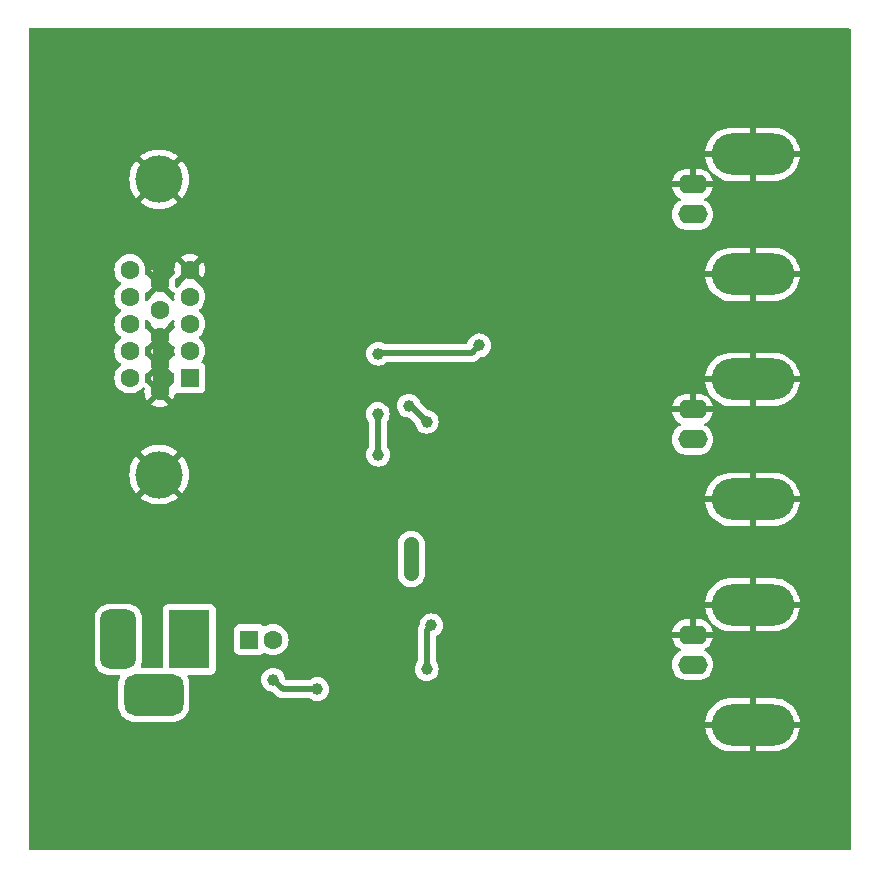
<source format=gbl>
%TF.GenerationSoftware,KiCad,Pcbnew,7.0.2*%
%TF.CreationDate,2023-06-12T01:53:58+02:00*%
%TF.ProjectId,RGB-YPbPr-Converter,5247422d-5950-4625-9072-2d436f6e7665,rev?*%
%TF.SameCoordinates,Original*%
%TF.FileFunction,Copper,L2,Bot*%
%TF.FilePolarity,Positive*%
%FSLAX46Y46*%
G04 Gerber Fmt 4.6, Leading zero omitted, Abs format (unit mm)*
G04 Created by KiCad (PCBNEW 7.0.2) date 2023-06-12 01:53:58*
%MOMM*%
%LPD*%
G01*
G04 APERTURE LIST*
G04 Aperture macros list*
%AMRoundRect*
0 Rectangle with rounded corners*
0 $1 Rounding radius*
0 $2 $3 $4 $5 $6 $7 $8 $9 X,Y pos of 4 corners*
0 Add a 4 corners polygon primitive as box body*
4,1,4,$2,$3,$4,$5,$6,$7,$8,$9,$2,$3,0*
0 Add four circle primitives for the rounded corners*
1,1,$1+$1,$2,$3*
1,1,$1+$1,$4,$5*
1,1,$1+$1,$6,$7*
1,1,$1+$1,$8,$9*
0 Add four rect primitives between the rounded corners*
20,1,$1+$1,$2,$3,$4,$5,0*
20,1,$1+$1,$4,$5,$6,$7,0*
20,1,$1+$1,$6,$7,$8,$9,0*
20,1,$1+$1,$8,$9,$2,$3,0*%
G04 Aperture macros list end*
%TA.AperFunction,ComponentPad*%
%ADD10O,2.500000X1.600000*%
%TD*%
%TA.AperFunction,ComponentPad*%
%ADD11O,7.000000X3.500000*%
%TD*%
%TA.AperFunction,ComponentPad*%
%ADD12R,1.600000X1.600000*%
%TD*%
%TA.AperFunction,ComponentPad*%
%ADD13C,1.600000*%
%TD*%
%TA.AperFunction,ComponentPad*%
%ADD14C,5.700000*%
%TD*%
%TA.AperFunction,ComponentPad*%
%ADD15C,4.000000*%
%TD*%
%TA.AperFunction,ComponentPad*%
%ADD16R,3.500000X5.000000*%
%TD*%
%TA.AperFunction,ComponentPad*%
%ADD17RoundRect,0.750000X-0.750000X-1.750000X0.750000X-1.750000X0.750000X1.750000X-0.750000X1.750000X0*%
%TD*%
%TA.AperFunction,ComponentPad*%
%ADD18RoundRect,0.875000X-1.625000X-0.875000X1.625000X-0.875000X1.625000X0.875000X-1.625000X0.875000X0*%
%TD*%
%TA.AperFunction,ViaPad*%
%ADD19C,1.000000*%
%TD*%
%TA.AperFunction,Conductor*%
%ADD20C,0.500000*%
%TD*%
%TA.AperFunction,Conductor*%
%ADD21C,1.300000*%
%TD*%
G04 APERTURE END LIST*
D10*
%TO.P,J3,1,In*%
%TO.N,/Pb*%
X156410997Y-135000000D03*
D11*
%TO.P,J3,2,Ext*%
%TO.N,GND*%
X161490997Y-129920000D03*
D10*
X156410997Y-132460000D03*
D11*
X161490997Y-140080000D03*
%TD*%
D12*
%TO.P,C1,1*%
%TO.N,/VIN*%
X118900000Y-151950000D03*
D13*
%TO.P,C1,2*%
%TO.N,-5V*%
X120900000Y-151950000D03*
%TD*%
D10*
%TO.P,J5,1,In*%
%TO.N,/Pr*%
X156410997Y-154080000D03*
D11*
%TO.P,J5,2,Ext*%
%TO.N,GND*%
X161490997Y-149000000D03*
D10*
X156410997Y-151540000D03*
D11*
X161490997Y-159160000D03*
%TD*%
D14*
%TO.P,H2,1,1*%
%TO.N,GND*%
X166000000Y-104000000D03*
%TD*%
D15*
%TO.P,J2,0*%
%TO.N,GND*%
X111245331Y-112985000D03*
X111245331Y-137985000D03*
D12*
%TO.P,J2,1*%
%TO.N,/R*%
X113855331Y-129800000D03*
D13*
%TO.P,J2,2*%
%TO.N,/G*%
X113855331Y-127510000D03*
%TO.P,J2,3*%
%TO.N,/B*%
X113855331Y-125220000D03*
%TO.P,J2,4*%
%TO.N,unconnected-(J2-Pad4)*%
X113855331Y-122930000D03*
%TO.P,J2,5*%
%TO.N,GND*%
X113855331Y-120640000D03*
%TO.P,J2,6*%
X111315331Y-130945000D03*
%TO.P,J2,7*%
X111315331Y-128655000D03*
%TO.P,J2,8*%
X111315331Y-126365000D03*
%TO.P,J2,9*%
%TO.N,unconnected-(J2-Pad9)*%
X111315331Y-124075000D03*
%TO.P,J2,10*%
%TO.N,GND*%
X111315331Y-121785000D03*
%TO.P,J2,11*%
%TO.N,unconnected-(J2-Pad11)*%
X108775331Y-129800000D03*
%TO.P,J2,12*%
%TO.N,unconnected-(J2-Pad12)*%
X108775331Y-127510000D03*
%TO.P,J2,13*%
%TO.N,/H_SYNC*%
X108775331Y-125220000D03*
%TO.P,J2,14*%
%TO.N,/V_SYNC*%
X108775331Y-122930000D03*
%TO.P,J2,15*%
%TO.N,unconnected-(J2-Pad15)*%
X108775331Y-120640000D03*
%TD*%
D14*
%TO.P,H1,1,1*%
%TO.N,GND*%
X104000000Y-104000000D03*
%TD*%
%TO.P,H4,1,1*%
%TO.N,GND*%
X166000000Y-166000000D03*
%TD*%
%TO.P,H3,1,1*%
%TO.N,GND*%
X104000000Y-166000000D03*
%TD*%
D16*
%TO.P,J1,1*%
%TO.N,/VIN*%
X113800000Y-151940691D03*
D17*
%TO.P,J1,2*%
%TO.N,-5V*%
X107800000Y-151940691D03*
D18*
%TO.P,J1,3*%
X110800000Y-156640691D03*
%TD*%
D10*
%TO.P,J4,1,In*%
%TO.N,/Y*%
X156410997Y-115950000D03*
D11*
%TO.P,J4,2,Ext*%
%TO.N,GND*%
X161490997Y-110870000D03*
D10*
X156410997Y-113410000D03*
D11*
X161490997Y-121030000D03*
%TD*%
D19*
%TO.N,GND*%
X124300000Y-132200000D03*
%TO.N,+5V*%
X138350000Y-127050000D03*
X129800000Y-127750000D03*
%TO.N,-5V*%
X134300000Y-150750000D03*
X133900000Y-154450000D03*
X120900000Y-155350000D03*
X124650000Y-156150000D03*
%TO.N,GND*%
X141600000Y-154150000D03*
%TO.N,+5V*%
X132600000Y-143900000D03*
X132600000Y-146350000D03*
%TO.N,GND*%
X138050000Y-154150000D03*
X131400000Y-160550000D03*
X141200000Y-160800000D03*
%TO.N,-5V*%
X132400000Y-132150000D03*
X133900000Y-133500000D03*
%TO.N,+5V*%
X129800000Y-136300000D03*
X129750000Y-132850000D03*
%TO.N,GND*%
X124700000Y-123200000D03*
X140600000Y-131400000D03*
X142400000Y-124200000D03*
X135700000Y-125000000D03*
X142400000Y-133600000D03*
X124243750Y-126756250D03*
X131000000Y-140500000D03*
X124200000Y-121500000D03*
%TD*%
D20*
%TO.N,+5V*%
X137700000Y-127700000D02*
X138350000Y-127050000D01*
X129800000Y-127750000D02*
X129850000Y-127700000D01*
X129850000Y-127700000D02*
X137700000Y-127700000D01*
%TO.N,-5V*%
X133900000Y-151150000D02*
X134300000Y-150750000D01*
X133900000Y-154450000D02*
X133900000Y-151150000D01*
X124650000Y-156150000D02*
X121700000Y-156150000D01*
X121700000Y-156150000D02*
X120900000Y-155350000D01*
%TO.N,GND*%
X138050000Y-154150000D02*
X141600000Y-154150000D01*
%TO.N,+5V*%
X129750000Y-136250000D02*
X129750000Y-132850000D01*
X129800000Y-136300000D02*
X129750000Y-136250000D01*
D21*
X132600000Y-146350000D02*
X132600000Y-143900000D01*
D20*
%TO.N,-5V*%
X132550000Y-132150000D02*
X133900000Y-133500000D01*
X132400000Y-132150000D02*
X132550000Y-132150000D01*
D21*
%TO.N,GND*%
X111315331Y-121785000D02*
X111315331Y-118915331D01*
X111315331Y-126365000D02*
X111315331Y-130945000D01*
%TD*%
%TA.AperFunction,Conductor*%
%TO.N,GND*%
G36*
X110855838Y-128864844D02*
G01*
X110933570Y-128985798D01*
X111042231Y-129079952D01*
X111173016Y-129139680D01*
X111187743Y-129141797D01*
X110587441Y-129742098D01*
X110591546Y-129789023D01*
X110591545Y-129810985D01*
X110587440Y-129857900D01*
X111187742Y-130458202D01*
X111173016Y-130460320D01*
X111042231Y-130520048D01*
X110933570Y-130614202D01*
X110855838Y-130735156D01*
X110830970Y-130819848D01*
X110228231Y-130217109D01*
X110192446Y-130220240D01*
X110122841Y-130206252D01*
X110071849Y-130156853D01*
X110055658Y-130087727D01*
X110059758Y-130062107D01*
X110068873Y-130028089D01*
X110068874Y-130028087D01*
X110088829Y-129800000D01*
X110068874Y-129571913D01*
X110059757Y-129537888D01*
X110061447Y-129466913D01*
X110101241Y-129408117D01*
X110166505Y-129380169D01*
X110192446Y-129379758D01*
X110228230Y-129382888D01*
X110830969Y-128780149D01*
X110855838Y-128864844D01*
G37*
%TD.AperFunction*%
%TA.AperFunction,Conductor*%
G36*
X112402428Y-129382888D02*
G01*
X112409849Y-129382239D01*
X112479454Y-129396228D01*
X112530447Y-129445628D01*
X112546831Y-129507760D01*
X112546831Y-130092238D01*
X112526829Y-130160359D01*
X112473173Y-130206852D01*
X112409851Y-130217759D01*
X112402430Y-130217109D01*
X111799691Y-130819847D01*
X111774824Y-130735156D01*
X111697092Y-130614202D01*
X111588431Y-130520048D01*
X111457646Y-130460320D01*
X111442918Y-130458202D01*
X112043219Y-129857900D01*
X112039114Y-129810980D01*
X112039115Y-129789016D01*
X112043219Y-129742097D01*
X111442919Y-129141797D01*
X111457646Y-129139680D01*
X111588431Y-129079952D01*
X111697092Y-128985798D01*
X111774824Y-128864844D01*
X111799691Y-128780151D01*
X112402428Y-129382888D01*
G37*
%TD.AperFunction*%
%TA.AperFunction,Conductor*%
G36*
X110855838Y-126574844D02*
G01*
X110933570Y-126695798D01*
X111042231Y-126789952D01*
X111173016Y-126849680D01*
X111187743Y-126851797D01*
X110587441Y-127452098D01*
X110591546Y-127499023D01*
X110591545Y-127520985D01*
X110587440Y-127567900D01*
X111187742Y-128168202D01*
X111173016Y-128170320D01*
X111042231Y-128230048D01*
X110933570Y-128324202D01*
X110855838Y-128445156D01*
X110830970Y-128529848D01*
X110228231Y-127927109D01*
X110192446Y-127930240D01*
X110122841Y-127916252D01*
X110071849Y-127866853D01*
X110055658Y-127797727D01*
X110059758Y-127772107D01*
X110061242Y-127766568D01*
X110068874Y-127738087D01*
X110088829Y-127510000D01*
X110068874Y-127281913D01*
X110059757Y-127247887D01*
X110061447Y-127176913D01*
X110101241Y-127118117D01*
X110166505Y-127090169D01*
X110192446Y-127089758D01*
X110228230Y-127092888D01*
X110830969Y-126490149D01*
X110855838Y-126574844D01*
G37*
%TD.AperFunction*%
%TA.AperFunction,Conductor*%
G36*
X112402428Y-127092888D02*
G01*
X112438215Y-127089758D01*
X112507820Y-127103746D01*
X112558812Y-127153145D01*
X112575003Y-127222271D01*
X112570904Y-127247887D01*
X112561788Y-127281908D01*
X112541833Y-127510000D01*
X112561788Y-127738089D01*
X112570904Y-127772110D01*
X112569214Y-127843086D01*
X112529419Y-127901882D01*
X112464155Y-127929829D01*
X112438216Y-127930241D01*
X112402429Y-127927110D01*
X111799691Y-128529848D01*
X111774824Y-128445156D01*
X111697092Y-128324202D01*
X111588431Y-128230048D01*
X111457646Y-128170320D01*
X111442918Y-128168202D01*
X112043219Y-127567899D01*
X112039115Y-127520981D01*
X112039115Y-127499017D01*
X112043220Y-127452098D01*
X111442919Y-126851797D01*
X111457646Y-126849680D01*
X111588431Y-126789952D01*
X111697092Y-126695798D01*
X111774824Y-126574844D01*
X111799691Y-126490151D01*
X112402428Y-127092888D01*
G37*
%TD.AperFunction*%
%TA.AperFunction,Conductor*%
G36*
X110267711Y-124872226D02*
G01*
X110297024Y-124902007D01*
X110309136Y-124919304D01*
X110471027Y-125081195D01*
X110471030Y-125081197D01*
X110471031Y-125081198D01*
X110537347Y-125127633D01*
X110581675Y-125183090D01*
X110590596Y-125241828D01*
X110587439Y-125277899D01*
X111187742Y-125878202D01*
X111173016Y-125880320D01*
X111042231Y-125940048D01*
X110933570Y-126034202D01*
X110855838Y-126155156D01*
X110830970Y-126239848D01*
X110228231Y-125637109D01*
X110192446Y-125640240D01*
X110122841Y-125626252D01*
X110071849Y-125576853D01*
X110055658Y-125507727D01*
X110059758Y-125482107D01*
X110068873Y-125448089D01*
X110068874Y-125448087D01*
X110088829Y-125220000D01*
X110068874Y-124991913D01*
X110068872Y-124991906D01*
X110068291Y-124985262D01*
X110082280Y-124915657D01*
X110131680Y-124864665D01*
X110200805Y-124848474D01*
X110267711Y-124872226D01*
G37*
%TD.AperFunction*%
%TA.AperFunction,Conductor*%
G36*
X112523072Y-124882402D02*
G01*
X112559058Y-124943603D01*
X112562370Y-124985261D01*
X112561788Y-124991912D01*
X112561788Y-124991913D01*
X112541833Y-125220000D01*
X112548484Y-125296029D01*
X112561788Y-125448089D01*
X112570904Y-125482110D01*
X112569214Y-125553086D01*
X112529419Y-125611882D01*
X112464155Y-125639829D01*
X112438216Y-125640241D01*
X112402429Y-125637110D01*
X111799691Y-126239848D01*
X111774824Y-126155156D01*
X111697092Y-126034202D01*
X111588431Y-125940048D01*
X111457646Y-125880320D01*
X111442918Y-125878202D01*
X112043219Y-125277899D01*
X112040064Y-125241828D01*
X112054052Y-125172223D01*
X112093312Y-125127634D01*
X112159631Y-125081198D01*
X112321529Y-124919300D01*
X112333635Y-124902010D01*
X112389093Y-124857681D01*
X112459712Y-124850372D01*
X112523072Y-124882402D01*
G37*
%TD.AperFunction*%
%TA.AperFunction,Conductor*%
G36*
X110855838Y-121994844D02*
G01*
X110933570Y-122115798D01*
X111042231Y-122209952D01*
X111173016Y-122269680D01*
X111187743Y-122271797D01*
X110587441Y-122872098D01*
X110590597Y-122908172D01*
X110576607Y-122977777D01*
X110537348Y-123022365D01*
X110471028Y-123068803D01*
X110309133Y-123230698D01*
X110297022Y-123247994D01*
X110241563Y-123292320D01*
X110170944Y-123299626D01*
X110107585Y-123267593D01*
X110071602Y-123206390D01*
X110068291Y-123164737D01*
X110068872Y-123158093D01*
X110068874Y-123158087D01*
X110088829Y-122930000D01*
X110068874Y-122701913D01*
X110059757Y-122667887D01*
X110061447Y-122596913D01*
X110101241Y-122538117D01*
X110166505Y-122510169D01*
X110192446Y-122509758D01*
X110228230Y-122512888D01*
X110830969Y-121910149D01*
X110855838Y-121994844D01*
G37*
%TD.AperFunction*%
%TA.AperFunction,Conductor*%
G36*
X112402428Y-122512888D02*
G01*
X112438215Y-122509758D01*
X112507820Y-122523746D01*
X112558812Y-122573145D01*
X112575003Y-122642271D01*
X112570904Y-122667887D01*
X112561788Y-122701908D01*
X112541833Y-122930000D01*
X112562370Y-123164738D01*
X112548381Y-123234342D01*
X112498981Y-123285335D01*
X112429855Y-123301525D01*
X112362950Y-123277772D01*
X112333637Y-123247991D01*
X112321527Y-123230697D01*
X112159634Y-123068804D01*
X112093313Y-123022365D01*
X112048985Y-122966907D01*
X112040064Y-122908170D01*
X112043220Y-122872098D01*
X111442919Y-122271797D01*
X111457646Y-122269680D01*
X111588431Y-122209952D01*
X111697092Y-122115798D01*
X111774824Y-121994844D01*
X111799691Y-121910151D01*
X112402428Y-122512888D01*
G37*
%TD.AperFunction*%
%TA.AperFunction,Conductor*%
G36*
X113395838Y-120849844D02*
G01*
X113473570Y-120970798D01*
X113582231Y-121064952D01*
X113713016Y-121124680D01*
X113727743Y-121126797D01*
X113127441Y-121727098D01*
X113130597Y-121763172D01*
X113116607Y-121832777D01*
X113077348Y-121877365D01*
X113011028Y-121923803D01*
X112849132Y-122085699D01*
X112836450Y-122103811D01*
X112780992Y-122148138D01*
X112710372Y-122155446D01*
X112647013Y-122123413D01*
X112611029Y-122062211D01*
X112607718Y-122020557D01*
X112628326Y-121784999D01*
X112608379Y-121556996D01*
X112599228Y-121522844D01*
X112600917Y-121451867D01*
X112640710Y-121393071D01*
X112705975Y-121365123D01*
X112731916Y-121364711D01*
X112768230Y-121367888D01*
X113370969Y-120765149D01*
X113395838Y-120849844D01*
G37*
%TD.AperFunction*%
%TA.AperFunction,Conductor*%
G36*
X169741621Y-100220502D02*
G01*
X169788114Y-100274158D01*
X169799500Y-100326500D01*
X169799500Y-169673500D01*
X169779498Y-169741621D01*
X169725842Y-169788114D01*
X169673500Y-169799500D01*
X100326500Y-169799500D01*
X100258379Y-169779498D01*
X100211886Y-169725842D01*
X100200500Y-169673500D01*
X100200500Y-158906000D01*
X157493943Y-158906000D01*
X160518622Y-158906000D01*
X160492463Y-159007030D01*
X160482111Y-159211165D01*
X160513062Y-159413205D01*
X160513356Y-159414000D01*
X157497152Y-159414000D01*
X157509044Y-159532214D01*
X157510444Y-159540512D01*
X157578573Y-159826396D01*
X157581059Y-159834411D01*
X157686691Y-160108677D01*
X157690221Y-160116284D01*
X157831464Y-160374020D01*
X157835980Y-160381094D01*
X158010318Y-160617708D01*
X158015734Y-160624113D01*
X158220050Y-160835374D01*
X158226273Y-160841003D01*
X158456925Y-161023148D01*
X158463852Y-161027902D01*
X158716713Y-161177671D01*
X158724214Y-161181462D01*
X158994786Y-161296194D01*
X159002716Y-161298948D01*
X159286163Y-161376592D01*
X159294403Y-161378267D01*
X159585665Y-161417438D01*
X159594058Y-161418000D01*
X161236997Y-161418000D01*
X161236997Y-160133803D01*
X161388798Y-160165000D01*
X161541964Y-160165000D01*
X161694345Y-160149504D01*
X161744997Y-160133612D01*
X161744997Y-161418000D01*
X163314388Y-161418000D01*
X163318594Y-161417859D01*
X163538434Y-161403143D01*
X163546760Y-161402023D01*
X163834752Y-161343485D01*
X163842868Y-161341262D01*
X164120477Y-161244866D01*
X164128240Y-161241573D01*
X164390520Y-161109038D01*
X164397762Y-161104749D01*
X164640054Y-160938424D01*
X164646645Y-160933219D01*
X164864608Y-160736084D01*
X164870455Y-160730039D01*
X165060194Y-160505615D01*
X165065179Y-160498849D01*
X165223316Y-160251130D01*
X165227355Y-160243759D01*
X165351062Y-159977178D01*
X165354081Y-159969341D01*
X165441156Y-159688636D01*
X165443101Y-159680477D01*
X165488051Y-159414000D01*
X162463372Y-159414000D01*
X162489531Y-159312970D01*
X162499883Y-159108835D01*
X162468932Y-158906795D01*
X162468638Y-158906000D01*
X165484842Y-158906000D01*
X165472949Y-158787785D01*
X165471549Y-158779487D01*
X165403420Y-158493603D01*
X165400934Y-158485588D01*
X165295302Y-158211322D01*
X165291772Y-158203715D01*
X165150529Y-157945979D01*
X165146013Y-157938905D01*
X164971675Y-157702291D01*
X164966259Y-157695886D01*
X164761943Y-157484625D01*
X164755720Y-157478996D01*
X164525068Y-157296851D01*
X164518141Y-157292097D01*
X164265280Y-157142328D01*
X164257779Y-157138537D01*
X163987207Y-157023805D01*
X163979277Y-157021051D01*
X163695830Y-156943407D01*
X163687590Y-156941732D01*
X163396328Y-156902561D01*
X163387936Y-156902000D01*
X161744997Y-156902000D01*
X161744997Y-158186196D01*
X161593196Y-158155000D01*
X161440030Y-158155000D01*
X161287649Y-158170496D01*
X161236997Y-158186387D01*
X161236997Y-156902000D01*
X159667606Y-156902000D01*
X159663399Y-156902140D01*
X159443559Y-156916856D01*
X159435233Y-156917976D01*
X159147241Y-156976514D01*
X159139125Y-156978737D01*
X158861516Y-157075133D01*
X158853753Y-157078426D01*
X158591473Y-157210961D01*
X158584231Y-157215250D01*
X158341939Y-157381575D01*
X158335348Y-157386780D01*
X158117385Y-157583915D01*
X158111538Y-157589960D01*
X157921799Y-157814384D01*
X157916814Y-157821150D01*
X157758677Y-158068869D01*
X157754638Y-158076240D01*
X157630931Y-158342821D01*
X157627912Y-158350658D01*
X157540837Y-158631363D01*
X157538892Y-158639522D01*
X157493943Y-158906000D01*
X100200500Y-158906000D01*
X100200500Y-153755327D01*
X105791500Y-153755327D01*
X105791692Y-153757775D01*
X105791693Y-153757783D01*
X105801970Y-153888361D01*
X105857321Y-154108029D01*
X105951005Y-154314281D01*
X106080015Y-154500495D01*
X106240195Y-154660675D01*
X106426409Y-154789685D01*
X106632661Y-154883369D01*
X106632662Y-154883369D01*
X106632664Y-154883370D01*
X106852331Y-154938721D01*
X106985364Y-154949191D01*
X107829988Y-154949191D01*
X107898109Y-154969193D01*
X107944602Y-155022849D01*
X107954706Y-155093123D01*
X107938659Y-155138961D01*
X107922183Y-155167037D01*
X107839030Y-155387376D01*
X107838233Y-155391500D01*
X107794311Y-155618599D01*
X107794080Y-155622935D01*
X107794080Y-155622941D01*
X107791589Y-155669851D01*
X107791500Y-155671520D01*
X107791500Y-155673193D01*
X107791500Y-155673194D01*
X107791500Y-157608184D01*
X107791500Y-157608221D01*
X107791501Y-157609861D01*
X107791588Y-157611506D01*
X107791589Y-157611530D01*
X107794080Y-157658442D01*
X107794080Y-157658449D01*
X107794311Y-157662783D01*
X107795133Y-157667037D01*
X107795135Y-157667047D01*
X107839030Y-157894004D01*
X107839030Y-157894005D01*
X107922182Y-158114343D01*
X107991040Y-158231684D01*
X108041375Y-158317459D01*
X108193180Y-158497510D01*
X108344986Y-158625501D01*
X108373232Y-158649316D01*
X108576348Y-158768509D01*
X108796686Y-158851661D01*
X109027908Y-158896380D01*
X109080829Y-158899191D01*
X112519170Y-158899190D01*
X112572092Y-158896380D01*
X112803314Y-158851661D01*
X113023652Y-158768509D01*
X113226768Y-158649316D01*
X113406819Y-158497510D01*
X113558625Y-158317459D01*
X113677818Y-158114343D01*
X113760970Y-157894005D01*
X113805689Y-157662783D01*
X113808500Y-157609862D01*
X113808499Y-155671521D01*
X113805689Y-155618599D01*
X113760970Y-155387377D01*
X113746864Y-155349999D01*
X119886619Y-155349999D01*
X119906091Y-155547701D01*
X119963758Y-155737802D01*
X120057406Y-155913007D01*
X120183431Y-156066568D01*
X120336992Y-156192593D01*
X120336996Y-156192595D01*
X120512196Y-156286241D01*
X120607247Y-156315074D01*
X120702298Y-156343908D01*
X120789353Y-156352482D01*
X120855186Y-156379064D01*
X120866099Y-156388780D01*
X121118092Y-156640773D01*
X121130060Y-156654620D01*
X121144531Y-156674058D01*
X121182870Y-156706228D01*
X121190974Y-156713655D01*
X121194900Y-156717581D01*
X121197780Y-156719858D01*
X121219455Y-156736997D01*
X121222296Y-156739311D01*
X121281377Y-156788885D01*
X121297890Y-156799405D01*
X121367786Y-156831998D01*
X121371078Y-156833591D01*
X121438812Y-156867609D01*
X121438814Y-156867609D01*
X121440008Y-156868209D01*
X121458490Y-156874633D01*
X121459791Y-156874901D01*
X121459794Y-156874903D01*
X121534078Y-156890241D01*
X121537630Y-156891029D01*
X121611344Y-156908500D01*
X121611346Y-156908500D01*
X121612641Y-156908807D01*
X121632114Y-156910797D01*
X121633439Y-156910758D01*
X121633442Y-156910759D01*
X121707477Y-156908604D01*
X121709259Y-156908553D01*
X121712923Y-156908500D01*
X123939443Y-156908500D01*
X124007564Y-156928502D01*
X124019376Y-156937101D01*
X124086996Y-156992595D01*
X124262196Y-157086241D01*
X124357247Y-157115074D01*
X124452298Y-157143908D01*
X124650000Y-157163380D01*
X124847701Y-157143908D01*
X125037804Y-157086241D01*
X125213004Y-156992595D01*
X125213005Y-156992593D01*
X125213007Y-156992593D01*
X125366568Y-156866568D01*
X125492593Y-156713007D01*
X125494329Y-156709759D01*
X125586241Y-156537804D01*
X125643908Y-156347701D01*
X125663380Y-156150000D01*
X125643908Y-155952299D01*
X125586241Y-155762196D01*
X125492595Y-155586996D01*
X125492593Y-155586992D01*
X125366568Y-155433431D01*
X125213007Y-155307406D01*
X125037802Y-155213758D01*
X124847701Y-155156091D01*
X124649999Y-155136619D01*
X124452298Y-155156091D01*
X124262197Y-155213758D01*
X124086994Y-155307406D01*
X124019376Y-155362899D01*
X123954029Y-155390653D01*
X123939443Y-155391500D01*
X122066371Y-155391500D01*
X121998250Y-155371498D01*
X121977276Y-155354595D01*
X121938780Y-155316099D01*
X121904754Y-155253787D01*
X121902482Y-155239353D01*
X121893908Y-155152298D01*
X121848567Y-155002831D01*
X121836241Y-154962196D01*
X121742595Y-154786996D01*
X121742593Y-154786992D01*
X121616568Y-154633431D01*
X121463007Y-154507406D01*
X121355605Y-154449999D01*
X132886619Y-154449999D01*
X132906091Y-154647701D01*
X132963758Y-154837802D01*
X133057406Y-155013007D01*
X133183431Y-155166568D01*
X133336992Y-155292593D01*
X133372951Y-155311813D01*
X133512196Y-155386241D01*
X133529533Y-155391500D01*
X133702298Y-155443908D01*
X133899999Y-155463380D01*
X133899999Y-155463379D01*
X133900000Y-155463380D01*
X134097701Y-155443908D01*
X134287804Y-155386241D01*
X134463004Y-155292595D01*
X134463005Y-155292593D01*
X134463007Y-155292593D01*
X134616568Y-155166568D01*
X134742593Y-155013007D01*
X134742595Y-155013004D01*
X134836241Y-154837804D01*
X134893908Y-154647701D01*
X134913380Y-154450000D01*
X134893908Y-154252299D01*
X134841642Y-154080000D01*
X154647499Y-154080000D01*
X154667454Y-154308087D01*
X154726712Y-154529243D01*
X154823474Y-154736750D01*
X154954801Y-154924303D01*
X155116693Y-155086195D01*
X155304246Y-155217522D01*
X155511753Y-155314284D01*
X155571011Y-155330162D01*
X155732910Y-155373543D01*
X155903870Y-155388500D01*
X155906610Y-155388500D01*
X156915384Y-155388500D01*
X156918124Y-155388500D01*
X157089084Y-155373543D01*
X157310240Y-155314284D01*
X157517746Y-155217523D01*
X157705297Y-155086198D01*
X157867195Y-154924300D01*
X157998520Y-154736749D01*
X158095281Y-154529243D01*
X158154540Y-154308087D01*
X158174495Y-154080000D01*
X158154540Y-153851913D01*
X158095281Y-153630757D01*
X157998520Y-153423251D01*
X157867195Y-153235700D01*
X157867194Y-153235699D01*
X157867192Y-153235696D01*
X157705300Y-153073804D01*
X157517745Y-152942476D01*
X157477948Y-152923919D01*
X157424662Y-152877002D01*
X157405201Y-152808725D01*
X157425742Y-152740765D01*
X157477948Y-152695529D01*
X157517494Y-152677088D01*
X157704978Y-152545810D01*
X157866807Y-152383981D01*
X157998084Y-152196498D01*
X158094810Y-151989070D01*
X158147079Y-151794000D01*
X156778191Y-151794000D01*
X156829914Y-151704413D01*
X156859765Y-151573630D01*
X156849740Y-151439860D01*
X156800731Y-151314987D01*
X156777614Y-151286000D01*
X158147079Y-151286000D01*
X158094810Y-151090929D01*
X157998084Y-150883501D01*
X157866807Y-150696018D01*
X157704978Y-150534189D01*
X157517495Y-150402912D01*
X157310067Y-150306186D01*
X157088997Y-150246951D01*
X156920824Y-150232238D01*
X156915362Y-150232000D01*
X156664997Y-150232000D01*
X156664997Y-151174590D01*
X156606256Y-151134541D01*
X156478070Y-151095000D01*
X156377651Y-151095000D01*
X156278350Y-151109967D01*
X156157488Y-151168171D01*
X156156997Y-151168626D01*
X156156997Y-150232000D01*
X155906632Y-150232000D01*
X155901169Y-150232238D01*
X155732996Y-150246951D01*
X155511926Y-150306186D01*
X155304498Y-150402912D01*
X155117015Y-150534189D01*
X154955186Y-150696018D01*
X154823909Y-150883501D01*
X154727183Y-151090929D01*
X154674914Y-151286000D01*
X156043803Y-151286000D01*
X155992080Y-151375587D01*
X155962229Y-151506370D01*
X155972254Y-151640140D01*
X156021263Y-151765013D01*
X156044380Y-151794000D01*
X154674915Y-151794000D01*
X154727183Y-151989070D01*
X154823909Y-152196498D01*
X154955186Y-152383981D01*
X155117015Y-152545810D01*
X155304498Y-152677087D01*
X155344046Y-152695529D01*
X155397331Y-152742446D01*
X155416792Y-152810724D01*
X155396250Y-152878684D01*
X155344046Y-152923919D01*
X155304247Y-152942477D01*
X155116693Y-153073804D01*
X154954801Y-153235696D01*
X154823474Y-153423249D01*
X154726712Y-153630756D01*
X154667454Y-153851912D01*
X154647499Y-154080000D01*
X134841642Y-154080000D01*
X134836241Y-154062196D01*
X134742595Y-153886996D01*
X134687100Y-153819375D01*
X134659347Y-153754027D01*
X134658500Y-153739442D01*
X134658500Y-151777425D01*
X134678502Y-151709304D01*
X134725104Y-151666303D01*
X134863004Y-151592595D01*
X135016568Y-151466568D01*
X135038487Y-151439860D01*
X135142593Y-151313007D01*
X135153154Y-151293249D01*
X135236241Y-151137804D01*
X135293908Y-150947701D01*
X135313380Y-150750000D01*
X135293908Y-150552299D01*
X135288414Y-150534189D01*
X135236241Y-150362197D01*
X135236241Y-150362196D01*
X135142595Y-150186996D01*
X135142593Y-150186992D01*
X135016568Y-150033431D01*
X134863007Y-149907406D01*
X134705781Y-149823368D01*
X134687804Y-149813759D01*
X134687803Y-149813758D01*
X134687802Y-149813758D01*
X134497701Y-149756091D01*
X134300000Y-149736619D01*
X134102298Y-149756091D01*
X133912197Y-149813758D01*
X133736992Y-149907406D01*
X133583431Y-150033431D01*
X133457406Y-150186992D01*
X133363758Y-150362197D01*
X133306091Y-150552298D01*
X133295910Y-150655675D01*
X133269328Y-150721507D01*
X133267041Y-150724314D01*
X133261116Y-150731374D01*
X133250589Y-150747899D01*
X133217995Y-150817794D01*
X133216401Y-150821087D01*
X133181795Y-150889997D01*
X133175363Y-150908500D01*
X133159759Y-150984064D01*
X133158967Y-150987637D01*
X133141192Y-151062640D01*
X133139202Y-151082115D01*
X133141447Y-151159258D01*
X133141500Y-151162922D01*
X133141500Y-153739442D01*
X133121498Y-153807563D01*
X133112900Y-153819375D01*
X133057404Y-153886997D01*
X132963758Y-154062197D01*
X132906091Y-154252298D01*
X132886619Y-154449999D01*
X121355605Y-154449999D01*
X121287802Y-154413758D01*
X121097701Y-154356091D01*
X120900000Y-154336619D01*
X120702298Y-154356091D01*
X120512197Y-154413758D01*
X120336992Y-154507406D01*
X120183431Y-154633431D01*
X120057406Y-154786992D01*
X119963758Y-154962197D01*
X119906091Y-155152298D01*
X119886619Y-155349999D01*
X113746864Y-155349999D01*
X113677818Y-155167039D01*
X113661340Y-155138960D01*
X113644115Y-155070085D01*
X113666861Y-155002831D01*
X113722357Y-154958551D01*
X113770012Y-154949191D01*
X115595269Y-154949191D01*
X115598638Y-154949191D01*
X115659201Y-154942680D01*
X115796204Y-154891580D01*
X115913261Y-154803952D01*
X116000889Y-154686895D01*
X116051989Y-154549892D01*
X116058500Y-154489329D01*
X116058500Y-152798638D01*
X117591500Y-152798638D01*
X117598011Y-152859201D01*
X117605278Y-152878684D01*
X117649111Y-152996205D01*
X117736738Y-153113261D01*
X117853794Y-153200888D01*
X117853795Y-153200888D01*
X117853796Y-153200889D01*
X117990799Y-153251989D01*
X118051362Y-153258500D01*
X118054731Y-153258500D01*
X119745269Y-153258500D01*
X119748638Y-153258500D01*
X119809201Y-153251989D01*
X119946204Y-153200889D01*
X120063261Y-153113261D01*
X120064649Y-153111405D01*
X120121482Y-153068858D01*
X120192298Y-153063791D01*
X120237791Y-153083700D01*
X120243249Y-153087522D01*
X120450756Y-153184284D01*
X120510014Y-153200162D01*
X120671913Y-153243543D01*
X120900000Y-153263498D01*
X121128087Y-153243543D01*
X121349243Y-153184284D01*
X121556749Y-153087523D01*
X121744300Y-152956198D01*
X121906198Y-152794300D01*
X122037523Y-152606749D01*
X122134284Y-152399243D01*
X122193543Y-152178087D01*
X122213498Y-151950000D01*
X122193543Y-151721913D01*
X122134284Y-151500757D01*
X122105887Y-151439860D01*
X122037522Y-151293249D01*
X121943700Y-151159258D01*
X121906198Y-151105700D01*
X121906197Y-151105699D01*
X121906195Y-151105696D01*
X121744303Y-150943804D01*
X121556750Y-150812477D01*
X121349243Y-150715715D01*
X121128087Y-150656457D01*
X120900000Y-150636502D01*
X120671912Y-150656457D01*
X120450757Y-150715715D01*
X120243249Y-150812478D01*
X120237787Y-150816303D01*
X120170513Y-150838988D01*
X120101653Y-150821701D01*
X120064652Y-150788596D01*
X120063261Y-150786738D01*
X119946205Y-150699111D01*
X119831845Y-150656457D01*
X119809201Y-150648011D01*
X119748638Y-150641500D01*
X118051362Y-150641500D01*
X118048013Y-150641859D01*
X118048013Y-150641860D01*
X117990799Y-150648011D01*
X117853794Y-150699111D01*
X117736738Y-150786738D01*
X117649111Y-150903794D01*
X117606637Y-151017671D01*
X117598011Y-151040799D01*
X117591500Y-151101362D01*
X117591500Y-152798638D01*
X116058500Y-152798638D01*
X116058500Y-149392053D01*
X116051989Y-149331490D01*
X116000889Y-149194487D01*
X115969810Y-149152970D01*
X115913261Y-149077429D01*
X115796205Y-148989802D01*
X115669815Y-148942661D01*
X115659201Y-148938702D01*
X115598638Y-148932191D01*
X112001362Y-148932191D01*
X111998013Y-148932550D01*
X111998013Y-148932551D01*
X111940799Y-148938702D01*
X111803794Y-148989802D01*
X111686738Y-149077429D01*
X111599111Y-149194485D01*
X111548011Y-149331490D01*
X111545931Y-149350842D01*
X111541500Y-149392053D01*
X111541500Y-149395421D01*
X111541500Y-154256191D01*
X111521498Y-154324312D01*
X111467842Y-154370805D01*
X111415500Y-154382191D01*
X109813769Y-154382191D01*
X109745648Y-154362189D01*
X109699155Y-154308533D01*
X109689051Y-154238259D01*
X109699049Y-154204083D01*
X109742678Y-154108029D01*
X109754227Y-154062196D01*
X109798030Y-153888360D01*
X109808500Y-153755327D01*
X109808500Y-150126055D01*
X109798030Y-149993022D01*
X109742679Y-149773355D01*
X109734837Y-149756091D01*
X109648994Y-149567100D01*
X109519984Y-149380886D01*
X109359804Y-149220706D01*
X109173590Y-149091696D01*
X108967338Y-148998012D01*
X108747670Y-148942661D01*
X108617092Y-148932384D01*
X108617084Y-148932383D01*
X108614636Y-148932191D01*
X106985364Y-148932191D01*
X106982916Y-148932383D01*
X106982907Y-148932384D01*
X106852329Y-148942661D01*
X106632661Y-148998012D01*
X106426409Y-149091696D01*
X106240195Y-149220706D01*
X106080015Y-149380886D01*
X105951005Y-149567100D01*
X105857321Y-149773352D01*
X105801970Y-149993020D01*
X105794249Y-150091130D01*
X105791500Y-150126055D01*
X105791500Y-153755327D01*
X100200500Y-153755327D01*
X100200500Y-148746000D01*
X157493943Y-148746000D01*
X160518622Y-148746000D01*
X160492463Y-148847030D01*
X160482111Y-149051165D01*
X160513062Y-149253205D01*
X160513356Y-149254000D01*
X157497152Y-149254000D01*
X157509044Y-149372214D01*
X157510444Y-149380512D01*
X157578573Y-149666396D01*
X157581059Y-149674411D01*
X157686691Y-149948677D01*
X157690221Y-149956284D01*
X157831464Y-150214020D01*
X157835980Y-150221094D01*
X158010318Y-150457708D01*
X158015734Y-150464113D01*
X158220050Y-150675374D01*
X158226273Y-150681003D01*
X158456925Y-150863148D01*
X158463852Y-150867902D01*
X158716713Y-151017671D01*
X158724214Y-151021462D01*
X158994786Y-151136194D01*
X159002716Y-151138948D01*
X159286163Y-151216592D01*
X159294403Y-151218267D01*
X159585665Y-151257438D01*
X159594058Y-151258000D01*
X161236997Y-151258000D01*
X161236997Y-149973803D01*
X161388798Y-150005000D01*
X161541964Y-150005000D01*
X161694345Y-149989504D01*
X161744997Y-149973612D01*
X161744997Y-151258000D01*
X163314388Y-151258000D01*
X163318594Y-151257859D01*
X163538434Y-151243143D01*
X163546760Y-151242023D01*
X163834752Y-151183485D01*
X163842868Y-151181262D01*
X164120477Y-151084866D01*
X164128240Y-151081573D01*
X164390520Y-150949038D01*
X164397762Y-150944749D01*
X164640054Y-150778424D01*
X164646645Y-150773219D01*
X164864608Y-150576084D01*
X164870455Y-150570039D01*
X165060194Y-150345615D01*
X165065179Y-150338849D01*
X165223316Y-150091130D01*
X165227355Y-150083759D01*
X165351062Y-149817178D01*
X165354081Y-149809341D01*
X165441156Y-149528636D01*
X165443101Y-149520477D01*
X165488051Y-149254000D01*
X162463372Y-149254000D01*
X162489531Y-149152970D01*
X162499883Y-148948835D01*
X162468932Y-148746795D01*
X162468638Y-148746000D01*
X165484842Y-148746000D01*
X165472949Y-148627785D01*
X165471549Y-148619487D01*
X165403420Y-148333603D01*
X165400934Y-148325588D01*
X165295302Y-148051322D01*
X165291772Y-148043715D01*
X165150529Y-147785979D01*
X165146013Y-147778905D01*
X164971675Y-147542291D01*
X164966259Y-147535886D01*
X164761943Y-147324625D01*
X164755720Y-147318996D01*
X164525068Y-147136851D01*
X164518141Y-147132097D01*
X164265280Y-146982328D01*
X164257779Y-146978537D01*
X163987207Y-146863805D01*
X163979277Y-146861051D01*
X163695830Y-146783407D01*
X163687590Y-146781732D01*
X163396328Y-146742561D01*
X163387936Y-146742000D01*
X161744997Y-146742000D01*
X161744997Y-148026196D01*
X161593196Y-147995000D01*
X161440030Y-147995000D01*
X161287649Y-148010496D01*
X161236997Y-148026387D01*
X161236997Y-146742000D01*
X159667606Y-146742000D01*
X159663399Y-146742140D01*
X159443559Y-146756856D01*
X159435233Y-146757976D01*
X159147241Y-146816514D01*
X159139125Y-146818737D01*
X158861516Y-146915133D01*
X158853753Y-146918426D01*
X158591473Y-147050961D01*
X158584231Y-147055250D01*
X158341939Y-147221575D01*
X158335348Y-147226780D01*
X158117385Y-147423915D01*
X158111538Y-147429960D01*
X157921799Y-147654384D01*
X157916814Y-147661150D01*
X157758677Y-147908869D01*
X157754638Y-147916240D01*
X157630931Y-148182821D01*
X157627912Y-148190658D01*
X157540837Y-148471363D01*
X157538892Y-148479522D01*
X157493943Y-148746000D01*
X100200500Y-148746000D01*
X100200500Y-146403560D01*
X131441500Y-146403560D01*
X131441767Y-146406450D01*
X131441769Y-146406476D01*
X131456346Y-146563784D01*
X131515102Y-146770290D01*
X131587226Y-146915133D01*
X131610804Y-146962484D01*
X131740190Y-147133820D01*
X131898857Y-147278464D01*
X132081400Y-147391489D01*
X132281603Y-147469049D01*
X132492649Y-147508500D01*
X132492650Y-147508500D01*
X132707350Y-147508500D01*
X132707351Y-147508500D01*
X132918397Y-147469049D01*
X133118600Y-147391489D01*
X133301143Y-147278464D01*
X133459810Y-147133820D01*
X133589196Y-146962484D01*
X133684897Y-146770291D01*
X133743653Y-146563786D01*
X133758500Y-146403560D01*
X133758500Y-143846440D01*
X133743653Y-143686214D01*
X133684897Y-143479709D01*
X133589196Y-143287516D01*
X133459810Y-143116180D01*
X133301143Y-142971536D01*
X133301140Y-142971534D01*
X133301139Y-142971533D01*
X133118601Y-142858511D01*
X132991992Y-142809462D01*
X132918397Y-142780951D01*
X132707351Y-142741500D01*
X132492649Y-142741500D01*
X132281603Y-142780951D01*
X132281600Y-142780951D01*
X132281600Y-142780952D01*
X132081398Y-142858511D01*
X131898860Y-142971533D01*
X131740190Y-143116180D01*
X131610803Y-143287517D01*
X131515102Y-143479709D01*
X131456346Y-143686215D01*
X131441769Y-143843523D01*
X131441767Y-143843550D01*
X131441500Y-143846440D01*
X131441500Y-146403560D01*
X100200500Y-146403560D01*
X100200500Y-137988957D01*
X108732621Y-137988957D01*
X108751937Y-138295994D01*
X108752930Y-138303855D01*
X108810576Y-138606046D01*
X108812547Y-138613723D01*
X108907615Y-138906309D01*
X108910530Y-138913672D01*
X109041520Y-139192040D01*
X109045332Y-139198974D01*
X109210178Y-139458730D01*
X109214831Y-139465135D01*
X109301374Y-139569746D01*
X109945325Y-138925794D01*
X109946901Y-138928365D01*
X110110461Y-139119870D01*
X110301966Y-139283430D01*
X110304534Y-139285004D01*
X109657852Y-139931686D01*
X109657852Y-139931688D01*
X109895611Y-140104429D01*
X109902292Y-140108669D01*
X110171903Y-140256889D01*
X110179038Y-140260247D01*
X110465100Y-140373507D01*
X110472626Y-140375952D01*
X110770609Y-140452462D01*
X110778381Y-140453944D01*
X111083609Y-140492503D01*
X111091500Y-140493000D01*
X111399162Y-140493000D01*
X111407052Y-140492503D01*
X111712280Y-140453944D01*
X111720052Y-140452462D01*
X112018035Y-140375952D01*
X112025561Y-140373507D01*
X112311623Y-140260247D01*
X112318758Y-140256889D01*
X112588369Y-140108669D01*
X112595050Y-140104429D01*
X112832808Y-139931688D01*
X112832808Y-139931686D01*
X112727122Y-139826000D01*
X157493943Y-139826000D01*
X160518622Y-139826000D01*
X160492463Y-139927030D01*
X160482111Y-140131165D01*
X160513062Y-140333205D01*
X160513356Y-140334000D01*
X157497152Y-140334000D01*
X157509044Y-140452214D01*
X157510444Y-140460512D01*
X157578573Y-140746396D01*
X157581059Y-140754411D01*
X157686691Y-141028677D01*
X157690221Y-141036284D01*
X157831464Y-141294020D01*
X157835980Y-141301094D01*
X158010318Y-141537708D01*
X158015734Y-141544113D01*
X158220050Y-141755374D01*
X158226273Y-141761003D01*
X158456925Y-141943148D01*
X158463852Y-141947902D01*
X158716713Y-142097671D01*
X158724214Y-142101462D01*
X158994786Y-142216194D01*
X159002716Y-142218948D01*
X159286163Y-142296592D01*
X159294403Y-142298267D01*
X159585665Y-142337438D01*
X159594058Y-142338000D01*
X161236997Y-142338000D01*
X161236997Y-141053803D01*
X161388798Y-141085000D01*
X161541964Y-141085000D01*
X161694345Y-141069504D01*
X161744997Y-141053612D01*
X161744997Y-142338000D01*
X163314388Y-142338000D01*
X163318594Y-142337859D01*
X163538434Y-142323143D01*
X163546760Y-142322023D01*
X163834752Y-142263485D01*
X163842868Y-142261262D01*
X164120477Y-142164866D01*
X164128240Y-142161573D01*
X164390520Y-142029038D01*
X164397762Y-142024749D01*
X164640054Y-141858424D01*
X164646645Y-141853219D01*
X164864608Y-141656084D01*
X164870455Y-141650039D01*
X165060194Y-141425615D01*
X165065179Y-141418849D01*
X165223316Y-141171130D01*
X165227355Y-141163759D01*
X165351062Y-140897178D01*
X165354081Y-140889341D01*
X165441156Y-140608636D01*
X165443101Y-140600477D01*
X165488051Y-140334000D01*
X162463372Y-140334000D01*
X162489531Y-140232970D01*
X162499883Y-140028835D01*
X162468932Y-139826795D01*
X162468638Y-139826000D01*
X165484842Y-139826000D01*
X165472949Y-139707785D01*
X165471549Y-139699487D01*
X165403420Y-139413603D01*
X165400934Y-139405588D01*
X165295302Y-139131322D01*
X165291772Y-139123715D01*
X165150529Y-138865979D01*
X165146013Y-138858905D01*
X164971675Y-138622291D01*
X164966259Y-138615886D01*
X164761943Y-138404625D01*
X164755720Y-138398996D01*
X164525068Y-138216851D01*
X164518141Y-138212097D01*
X164265280Y-138062328D01*
X164257779Y-138058537D01*
X163987207Y-137943805D01*
X163979277Y-137941051D01*
X163695830Y-137863407D01*
X163687590Y-137861732D01*
X163396328Y-137822561D01*
X163387936Y-137822000D01*
X161744997Y-137822000D01*
X161744997Y-139106196D01*
X161593196Y-139075000D01*
X161440030Y-139075000D01*
X161287649Y-139090496D01*
X161236997Y-139106387D01*
X161236997Y-137822000D01*
X159667606Y-137822000D01*
X159663399Y-137822140D01*
X159443559Y-137836856D01*
X159435233Y-137837976D01*
X159147241Y-137896514D01*
X159139125Y-137898737D01*
X158861516Y-137995133D01*
X158853753Y-137998426D01*
X158591473Y-138130961D01*
X158584231Y-138135250D01*
X158341939Y-138301575D01*
X158335348Y-138306780D01*
X158117385Y-138503915D01*
X158111538Y-138509960D01*
X157921799Y-138734384D01*
X157916814Y-138741150D01*
X157758677Y-138988869D01*
X157754638Y-138996240D01*
X157630931Y-139262821D01*
X157627912Y-139270658D01*
X157540837Y-139551363D01*
X157538892Y-139559522D01*
X157493943Y-139826000D01*
X112727122Y-139826000D01*
X112186126Y-139285004D01*
X112188696Y-139283430D01*
X112380201Y-139119870D01*
X112543761Y-138928365D01*
X112545335Y-138925795D01*
X113189286Y-139569746D01*
X113189287Y-139569745D01*
X113275830Y-139465135D01*
X113280483Y-139458730D01*
X113445329Y-139198974D01*
X113449141Y-139192040D01*
X113580131Y-138913672D01*
X113583046Y-138906309D01*
X113678114Y-138613723D01*
X113680085Y-138606046D01*
X113737731Y-138303855D01*
X113738724Y-138295994D01*
X113758041Y-137988957D01*
X113758041Y-137981042D01*
X113738724Y-137674005D01*
X113737731Y-137666144D01*
X113680085Y-137363953D01*
X113678114Y-137356276D01*
X113583046Y-137063690D01*
X113580131Y-137056327D01*
X113449141Y-136777959D01*
X113445329Y-136771025D01*
X113280483Y-136511269D01*
X113275830Y-136504864D01*
X113189286Y-136400252D01*
X112545334Y-137044203D01*
X112543761Y-137041635D01*
X112380201Y-136850130D01*
X112188696Y-136686570D01*
X112186125Y-136684994D01*
X112832808Y-136038312D01*
X112832808Y-136038310D01*
X112595050Y-135865570D01*
X112588369Y-135861330D01*
X112318758Y-135713110D01*
X112311623Y-135709752D01*
X112025561Y-135596492D01*
X112018035Y-135594047D01*
X111720052Y-135517537D01*
X111712280Y-135516055D01*
X111407052Y-135477496D01*
X111399162Y-135477000D01*
X111091500Y-135477000D01*
X111083609Y-135477496D01*
X110778381Y-135516055D01*
X110770609Y-135517537D01*
X110472626Y-135594047D01*
X110465100Y-135596492D01*
X110179038Y-135709752D01*
X110171903Y-135713110D01*
X109902292Y-135861330D01*
X109895603Y-135865575D01*
X109657852Y-136038309D01*
X109657852Y-136038312D01*
X110304535Y-136684995D01*
X110301966Y-136686570D01*
X110110461Y-136850130D01*
X109946901Y-137041635D01*
X109945326Y-137044204D01*
X109301374Y-136400252D01*
X109301373Y-136400252D01*
X109214826Y-136504870D01*
X109210181Y-136511263D01*
X109045332Y-136771025D01*
X109041520Y-136777959D01*
X108910530Y-137056327D01*
X108907615Y-137063690D01*
X108812547Y-137356276D01*
X108810576Y-137363953D01*
X108752930Y-137666144D01*
X108751937Y-137674005D01*
X108732621Y-137981042D01*
X108732621Y-137988957D01*
X100200500Y-137988957D01*
X100200500Y-132849999D01*
X128736619Y-132849999D01*
X128756091Y-133047701D01*
X128813758Y-133237802D01*
X128907404Y-133413004D01*
X128942274Y-133455492D01*
X128962898Y-133480622D01*
X128990653Y-133545968D01*
X128991500Y-133560556D01*
X128991500Y-135650368D01*
X128971498Y-135718489D01*
X128962904Y-135730294D01*
X128958716Y-135735398D01*
X128957404Y-135736997D01*
X128863758Y-135912197D01*
X128806091Y-136102298D01*
X128786619Y-136300000D01*
X128806091Y-136497701D01*
X128863758Y-136687802D01*
X128957406Y-136863007D01*
X129083431Y-137016568D01*
X129236992Y-137142593D01*
X129236996Y-137142595D01*
X129412196Y-137236241D01*
X129507247Y-137265074D01*
X129602298Y-137293908D01*
X129800000Y-137313380D01*
X129997701Y-137293908D01*
X130187804Y-137236241D01*
X130363004Y-137142595D01*
X130363005Y-137142593D01*
X130363007Y-137142593D01*
X130516568Y-137016568D01*
X130642593Y-136863007D01*
X130688052Y-136777959D01*
X130736241Y-136687804D01*
X130793908Y-136497701D01*
X130813380Y-136300000D01*
X130812744Y-136293542D01*
X130793908Y-136102298D01*
X130736241Y-135912197D01*
X130736241Y-135912196D01*
X130642596Y-135736997D01*
X130642595Y-135736995D01*
X130537101Y-135608451D01*
X130509347Y-135543103D01*
X130508500Y-135528517D01*
X130508500Y-134999999D01*
X154647499Y-134999999D01*
X154667454Y-135228087D01*
X154726712Y-135449243D01*
X154823474Y-135656750D01*
X154954801Y-135844303D01*
X155116693Y-136006195D01*
X155304246Y-136137522D01*
X155511753Y-136234284D01*
X155571011Y-136250162D01*
X155732910Y-136293543D01*
X155903870Y-136308500D01*
X155906610Y-136308500D01*
X156915384Y-136308500D01*
X156918124Y-136308500D01*
X157089084Y-136293543D01*
X157310240Y-136234284D01*
X157517746Y-136137523D01*
X157705297Y-136006198D01*
X157867195Y-135844300D01*
X157998520Y-135656749D01*
X158095281Y-135449243D01*
X158154540Y-135228087D01*
X158174495Y-135000000D01*
X158154540Y-134771913D01*
X158095281Y-134550757D01*
X157998520Y-134343251D01*
X157998059Y-134342593D01*
X157867192Y-134155696D01*
X157705300Y-133993804D01*
X157517745Y-133862476D01*
X157477948Y-133843919D01*
X157424662Y-133797002D01*
X157405201Y-133728725D01*
X157425742Y-133660765D01*
X157477948Y-133615529D01*
X157517494Y-133597088D01*
X157704978Y-133465810D01*
X157866807Y-133303981D01*
X157998084Y-133116498D01*
X158094810Y-132909070D01*
X158147079Y-132714000D01*
X156778191Y-132714000D01*
X156829914Y-132624413D01*
X156859765Y-132493630D01*
X156849740Y-132359860D01*
X156800731Y-132234987D01*
X156777614Y-132206000D01*
X158147079Y-132206000D01*
X158094810Y-132010929D01*
X157998084Y-131803501D01*
X157866807Y-131616018D01*
X157704978Y-131454189D01*
X157517495Y-131322912D01*
X157310067Y-131226186D01*
X157088997Y-131166951D01*
X156920824Y-131152238D01*
X156915362Y-131152000D01*
X156664997Y-131152000D01*
X156664997Y-132094590D01*
X156606256Y-132054541D01*
X156478070Y-132015000D01*
X156377651Y-132015000D01*
X156278350Y-132029967D01*
X156157488Y-132088171D01*
X156156997Y-132088626D01*
X156156997Y-131152000D01*
X155906632Y-131152000D01*
X155901169Y-131152238D01*
X155732996Y-131166951D01*
X155511926Y-131226186D01*
X155304498Y-131322912D01*
X155117015Y-131454189D01*
X154955186Y-131616018D01*
X154823909Y-131803501D01*
X154727183Y-132010929D01*
X154674914Y-132206000D01*
X156043803Y-132206000D01*
X155992080Y-132295587D01*
X155962229Y-132426370D01*
X155972254Y-132560140D01*
X156021263Y-132685013D01*
X156044380Y-132714000D01*
X154674915Y-132714000D01*
X154727183Y-132909070D01*
X154823909Y-133116498D01*
X154955186Y-133303981D01*
X155117015Y-133465810D01*
X155304498Y-133597087D01*
X155344046Y-133615529D01*
X155397331Y-133662446D01*
X155416792Y-133730724D01*
X155396250Y-133798684D01*
X155344046Y-133843919D01*
X155304247Y-133862477D01*
X155116693Y-133993804D01*
X154954801Y-134155696D01*
X154823474Y-134343249D01*
X154726712Y-134550756D01*
X154667454Y-134771912D01*
X154647499Y-134999999D01*
X130508500Y-134999999D01*
X130508500Y-133560556D01*
X130528502Y-133492435D01*
X130537097Y-133480627D01*
X130592595Y-133413004D01*
X130686241Y-133237804D01*
X130743908Y-133047701D01*
X130763380Y-132850000D01*
X130756824Y-132783431D01*
X130743908Y-132652298D01*
X130686241Y-132462197D01*
X130686241Y-132462196D01*
X130592595Y-132286996D01*
X130592593Y-132286992D01*
X130480166Y-132150000D01*
X131386619Y-132150000D01*
X131406091Y-132347701D01*
X131463758Y-132537802D01*
X131557406Y-132713007D01*
X131683431Y-132866568D01*
X131836992Y-132992593D01*
X131836996Y-132992595D01*
X132012196Y-133086241D01*
X132097758Y-133112196D01*
X132202298Y-133143908D01*
X132399998Y-133163380D01*
X132399998Y-133163379D01*
X132400000Y-133163380D01*
X132423258Y-133161089D01*
X132493012Y-133174316D01*
X132524706Y-133197387D01*
X132861218Y-133533899D01*
X132895244Y-133596211D01*
X132897516Y-133610642D01*
X132906091Y-133697702D01*
X132963758Y-133887802D01*
X133057406Y-134063007D01*
X133183431Y-134216568D01*
X133336992Y-134342593D01*
X133338223Y-134343251D01*
X133512196Y-134436241D01*
X133607247Y-134465074D01*
X133702298Y-134493908D01*
X133899999Y-134513380D01*
X133899999Y-134513379D01*
X133900000Y-134513380D01*
X134097701Y-134493908D01*
X134287804Y-134436241D01*
X134463004Y-134342595D01*
X134463005Y-134342593D01*
X134463007Y-134342593D01*
X134616568Y-134216568D01*
X134742593Y-134063007D01*
X134742595Y-134063004D01*
X134836241Y-133887804D01*
X134893908Y-133697701D01*
X134913380Y-133500000D01*
X134893908Y-133302299D01*
X134836241Y-133112196D01*
X134742595Y-132936996D01*
X134742593Y-132936992D01*
X134616568Y-132783431D01*
X134463007Y-132657406D01*
X134287802Y-132563758D01*
X134097702Y-132506091D01*
X134010642Y-132497516D01*
X133944811Y-132470933D01*
X133933899Y-132461218D01*
X133402696Y-131930015D01*
X133371217Y-131877498D01*
X133336241Y-131762196D01*
X133258108Y-131616018D01*
X133242593Y-131586992D01*
X133116568Y-131433431D01*
X132963007Y-131307406D01*
X132787802Y-131213758D01*
X132597701Y-131156091D01*
X132400000Y-131136619D01*
X132202298Y-131156091D01*
X132012197Y-131213758D01*
X131836992Y-131307406D01*
X131683431Y-131433431D01*
X131557406Y-131586992D01*
X131463758Y-131762197D01*
X131406091Y-131952298D01*
X131386619Y-132150000D01*
X130480166Y-132150000D01*
X130466568Y-132133431D01*
X130313007Y-132007406D01*
X130137802Y-131913758D01*
X129947701Y-131856091D01*
X129749999Y-131836619D01*
X129552298Y-131856091D01*
X129362197Y-131913758D01*
X129186992Y-132007406D01*
X129033431Y-132133431D01*
X128907406Y-132286992D01*
X128813758Y-132462197D01*
X128756091Y-132652298D01*
X128736619Y-132849999D01*
X100200500Y-132849999D01*
X100200500Y-129800000D01*
X107461833Y-129800000D01*
X107481788Y-130028087D01*
X107541046Y-130249243D01*
X107637808Y-130456750D01*
X107769135Y-130644303D01*
X107931027Y-130806195D01*
X108118580Y-130937522D01*
X108326087Y-131034284D01*
X108375795Y-131047603D01*
X108547244Y-131093543D01*
X108775331Y-131113498D01*
X109003418Y-131093543D01*
X109224574Y-131034284D01*
X109432080Y-130937523D01*
X109619631Y-130806198D01*
X109781529Y-130644300D01*
X109794208Y-130626191D01*
X109849664Y-130581863D01*
X109920283Y-130574552D01*
X109983644Y-130606582D01*
X110019630Y-130667783D01*
X110022943Y-130709442D01*
X110002335Y-130944999D01*
X110022282Y-131172999D01*
X110081517Y-131394070D01*
X110178243Y-131601497D01*
X110228230Y-131672887D01*
X110830969Y-131070149D01*
X110855838Y-131154844D01*
X110933570Y-131275798D01*
X111042231Y-131369952D01*
X111173016Y-131429680D01*
X111187743Y-131431797D01*
X110587441Y-132032098D01*
X110587441Y-132032100D01*
X110658828Y-132082085D01*
X110866260Y-132178813D01*
X111087331Y-132238048D01*
X111315331Y-132257995D01*
X111543330Y-132238048D01*
X111764401Y-132178813D01*
X111971829Y-132082087D01*
X112043219Y-132032099D01*
X112043219Y-132032097D01*
X111442919Y-131431797D01*
X111457646Y-131429680D01*
X111588431Y-131369952D01*
X111697092Y-131275798D01*
X111774824Y-131154844D01*
X111799691Y-131070151D01*
X112402428Y-131672888D01*
X112402430Y-131672888D01*
X112452418Y-131601498D01*
X112549144Y-131394070D01*
X112608379Y-131172999D01*
X112611008Y-131142956D01*
X112636871Y-131076838D01*
X112694374Y-131035198D01*
X112765262Y-131031257D01*
X112800316Y-131047603D01*
X112839441Y-131062195D01*
X112946130Y-131101989D01*
X113006693Y-131108500D01*
X113010062Y-131108500D01*
X114700600Y-131108500D01*
X114703969Y-131108500D01*
X114764532Y-131101989D01*
X114901535Y-131050889D01*
X115018592Y-130963261D01*
X115106220Y-130846204D01*
X115157320Y-130709201D01*
X115163831Y-130648638D01*
X115163831Y-129666000D01*
X157493943Y-129666000D01*
X160518622Y-129666000D01*
X160492463Y-129767030D01*
X160482111Y-129971165D01*
X160513062Y-130173205D01*
X160513356Y-130174000D01*
X157497152Y-130174000D01*
X157509044Y-130292214D01*
X157510444Y-130300512D01*
X157578573Y-130586396D01*
X157581059Y-130594411D01*
X157686691Y-130868677D01*
X157690221Y-130876284D01*
X157831464Y-131134020D01*
X157835980Y-131141094D01*
X158010318Y-131377708D01*
X158015734Y-131384113D01*
X158220050Y-131595374D01*
X158226273Y-131601003D01*
X158456925Y-131783148D01*
X158463852Y-131787902D01*
X158716713Y-131937671D01*
X158724214Y-131941462D01*
X158994786Y-132056194D01*
X159002716Y-132058948D01*
X159286163Y-132136592D01*
X159294403Y-132138267D01*
X159585665Y-132177438D01*
X159594058Y-132178000D01*
X161236997Y-132178000D01*
X161236997Y-130893803D01*
X161388798Y-130925000D01*
X161541964Y-130925000D01*
X161694345Y-130909504D01*
X161744997Y-130893612D01*
X161744997Y-132178000D01*
X163314388Y-132178000D01*
X163318594Y-132177859D01*
X163538434Y-132163143D01*
X163546760Y-132162023D01*
X163834752Y-132103485D01*
X163842868Y-132101262D01*
X164120477Y-132004866D01*
X164128240Y-132001573D01*
X164390520Y-131869038D01*
X164397762Y-131864749D01*
X164640054Y-131698424D01*
X164646645Y-131693219D01*
X164864608Y-131496084D01*
X164870455Y-131490039D01*
X165060194Y-131265615D01*
X165065179Y-131258849D01*
X165223316Y-131011130D01*
X165227355Y-131003759D01*
X165351062Y-130737178D01*
X165354081Y-130729341D01*
X165441156Y-130448636D01*
X165443101Y-130440477D01*
X165488051Y-130174000D01*
X162463372Y-130174000D01*
X162489531Y-130072970D01*
X162499883Y-129868835D01*
X162468932Y-129666795D01*
X162468638Y-129666000D01*
X165484842Y-129666000D01*
X165472949Y-129547785D01*
X165471549Y-129539487D01*
X165403420Y-129253603D01*
X165400934Y-129245588D01*
X165295302Y-128971322D01*
X165291772Y-128963715D01*
X165150529Y-128705979D01*
X165146013Y-128698905D01*
X164971675Y-128462291D01*
X164966259Y-128455886D01*
X164761943Y-128244625D01*
X164755720Y-128238996D01*
X164525068Y-128056851D01*
X164518141Y-128052097D01*
X164265280Y-127902328D01*
X164257779Y-127898537D01*
X163987207Y-127783805D01*
X163979277Y-127781051D01*
X163695830Y-127703407D01*
X163687590Y-127701732D01*
X163396328Y-127662561D01*
X163387936Y-127662000D01*
X161744997Y-127662000D01*
X161744997Y-128946196D01*
X161593196Y-128915000D01*
X161440030Y-128915000D01*
X161287649Y-128930496D01*
X161236997Y-128946387D01*
X161236997Y-127662000D01*
X159667606Y-127662000D01*
X159663399Y-127662140D01*
X159443559Y-127676856D01*
X159435233Y-127677976D01*
X159147241Y-127736514D01*
X159139125Y-127738737D01*
X158861516Y-127835133D01*
X158853753Y-127838426D01*
X158591473Y-127970961D01*
X158584231Y-127975250D01*
X158341939Y-128141575D01*
X158335348Y-128146780D01*
X158117385Y-128343915D01*
X158111538Y-128349960D01*
X157921799Y-128574384D01*
X157916814Y-128581150D01*
X157758677Y-128828869D01*
X157754638Y-128836240D01*
X157630931Y-129102821D01*
X157627912Y-129110658D01*
X157540837Y-129391363D01*
X157538892Y-129399522D01*
X157493943Y-129666000D01*
X115163831Y-129666000D01*
X115163831Y-128951362D01*
X115157320Y-128890799D01*
X115106220Y-128753796D01*
X115098818Y-128743908D01*
X115018592Y-128636738D01*
X114887033Y-128538254D01*
X114889316Y-128535203D01*
X114857375Y-128511296D01*
X114832560Y-128444778D01*
X114847647Y-128375403D01*
X114856191Y-128364020D01*
X114855206Y-128363330D01*
X114882604Y-128324202D01*
X114992854Y-128166749D01*
X115089615Y-127959243D01*
X115145682Y-127750000D01*
X128786619Y-127750000D01*
X128806091Y-127947701D01*
X128863758Y-128137802D01*
X128957406Y-128313007D01*
X129083431Y-128466568D01*
X129236992Y-128592593D01*
X129236996Y-128592595D01*
X129412196Y-128686241D01*
X129477264Y-128705979D01*
X129602298Y-128743908D01*
X129799999Y-128763380D01*
X129799999Y-128763379D01*
X129800000Y-128763380D01*
X129997701Y-128743908D01*
X130187804Y-128686241D01*
X130363004Y-128592595D01*
X130491549Y-128487100D01*
X130556895Y-128459347D01*
X130571482Y-128458500D01*
X137635559Y-128458500D01*
X137653820Y-128459830D01*
X137677789Y-128463341D01*
X137724253Y-128459275D01*
X137727647Y-128458979D01*
X137738628Y-128458500D01*
X137740513Y-128458500D01*
X137744180Y-128458500D01*
X137775301Y-128454861D01*
X137778896Y-128454494D01*
X137854426Y-128447887D01*
X137854430Y-128447885D01*
X137855751Y-128447770D01*
X137874856Y-128443535D01*
X137876106Y-128443079D01*
X137876113Y-128443079D01*
X137947400Y-128417132D01*
X137950769Y-128415961D01*
X138022738Y-128392114D01*
X138022739Y-128392112D01*
X138024007Y-128391693D01*
X138041613Y-128383169D01*
X138042725Y-128382437D01*
X138042732Y-128382435D01*
X138106138Y-128340730D01*
X138109161Y-128338806D01*
X138173651Y-128299030D01*
X138173652Y-128299028D01*
X138174788Y-128298328D01*
X138189959Y-128285970D01*
X138190871Y-128285002D01*
X138190874Y-128285001D01*
X138242929Y-128229824D01*
X138245448Y-128227231D01*
X138383901Y-128088778D01*
X138446211Y-128054754D01*
X138460642Y-128052482D01*
X138547701Y-128043908D01*
X138737804Y-127986241D01*
X138913004Y-127892595D01*
X138913005Y-127892593D01*
X138913007Y-127892593D01*
X139066568Y-127766568D01*
X139192593Y-127613007D01*
X139216703Y-127567900D01*
X139286241Y-127437804D01*
X139343908Y-127247701D01*
X139363380Y-127050000D01*
X139343908Y-126852299D01*
X139343840Y-126852076D01*
X139287304Y-126665700D01*
X139286241Y-126662196D01*
X139192595Y-126486996D01*
X139192593Y-126486992D01*
X139066568Y-126333431D01*
X138913007Y-126207406D01*
X138737802Y-126113758D01*
X138547701Y-126056091D01*
X138350000Y-126036619D01*
X138152298Y-126056091D01*
X137962197Y-126113758D01*
X137786992Y-126207406D01*
X137633431Y-126333431D01*
X137507406Y-126486992D01*
X137413758Y-126662197D01*
X137356159Y-126852076D01*
X137317244Y-126911457D01*
X137252403Y-126940373D01*
X137235585Y-126941500D01*
X130449632Y-126941500D01*
X130381511Y-126921498D01*
X130369705Y-126912904D01*
X130363004Y-126907405D01*
X130187804Y-126813759D01*
X130187803Y-126813758D01*
X130187802Y-126813758D01*
X129997701Y-126756091D01*
X129800000Y-126736619D01*
X129602298Y-126756091D01*
X129412197Y-126813758D01*
X129236992Y-126907406D01*
X129083431Y-127033431D01*
X128957406Y-127186992D01*
X128863758Y-127362197D01*
X128806091Y-127552298D01*
X128786619Y-127750000D01*
X115145682Y-127750000D01*
X115148874Y-127738087D01*
X115168829Y-127510000D01*
X115148874Y-127281913D01*
X115089615Y-127060757D01*
X115076873Y-127033432D01*
X114992853Y-126853249D01*
X114861526Y-126665696D01*
X114699632Y-126503802D01*
X114648805Y-126468213D01*
X114604476Y-126412756D01*
X114597167Y-126342137D01*
X114629197Y-126278777D01*
X114648805Y-126261787D01*
X114699632Y-126226197D01*
X114861526Y-126064303D01*
X114861525Y-126064303D01*
X114861529Y-126064300D01*
X114992854Y-125876749D01*
X115089615Y-125669243D01*
X115148874Y-125448087D01*
X115168829Y-125220000D01*
X115148874Y-124991913D01*
X115089615Y-124770757D01*
X115071425Y-124731749D01*
X114992853Y-124563249D01*
X114861526Y-124375696D01*
X114699632Y-124213802D01*
X114648805Y-124178213D01*
X114604476Y-124122756D01*
X114597167Y-124052137D01*
X114629197Y-123988777D01*
X114648805Y-123971787D01*
X114699632Y-123936197D01*
X114861526Y-123774303D01*
X114861525Y-123774303D01*
X114861529Y-123774300D01*
X114992854Y-123586749D01*
X115089615Y-123379243D01*
X115148874Y-123158087D01*
X115168829Y-122930000D01*
X115148874Y-122701913D01*
X115089615Y-122480757D01*
X114992854Y-122273251D01*
X114977339Y-122251094D01*
X114861526Y-122085696D01*
X114699634Y-121923804D01*
X114633313Y-121877365D01*
X114588985Y-121821907D01*
X114580064Y-121763170D01*
X114583220Y-121727098D01*
X113982919Y-121126797D01*
X113997646Y-121124680D01*
X114128431Y-121064952D01*
X114237092Y-120970798D01*
X114314824Y-120849844D01*
X114339691Y-120765151D01*
X114942428Y-121367888D01*
X114942430Y-121367888D01*
X114992418Y-121296498D01*
X115089144Y-121089070D01*
X115148379Y-120867999D01*
X115156428Y-120776000D01*
X157493943Y-120776000D01*
X160518622Y-120776000D01*
X160492463Y-120877030D01*
X160482111Y-121081165D01*
X160513062Y-121283205D01*
X160513356Y-121284000D01*
X157497152Y-121284000D01*
X157509044Y-121402214D01*
X157510444Y-121410512D01*
X157578573Y-121696396D01*
X157581059Y-121704411D01*
X157686691Y-121978677D01*
X157690221Y-121986284D01*
X157831464Y-122244020D01*
X157835980Y-122251094D01*
X158010318Y-122487708D01*
X158015734Y-122494113D01*
X158220050Y-122705374D01*
X158226273Y-122711003D01*
X158456925Y-122893148D01*
X158463852Y-122897902D01*
X158716713Y-123047671D01*
X158724214Y-123051462D01*
X158994786Y-123166194D01*
X159002716Y-123168948D01*
X159286163Y-123246592D01*
X159294403Y-123248267D01*
X159585665Y-123287438D01*
X159594058Y-123288000D01*
X161236997Y-123288000D01*
X161236997Y-122003803D01*
X161388798Y-122035000D01*
X161541964Y-122035000D01*
X161694345Y-122019504D01*
X161744997Y-122003612D01*
X161744997Y-123288000D01*
X163314388Y-123288000D01*
X163318594Y-123287859D01*
X163538434Y-123273143D01*
X163546760Y-123272023D01*
X163834752Y-123213485D01*
X163842868Y-123211262D01*
X164120477Y-123114866D01*
X164128240Y-123111573D01*
X164390520Y-122979038D01*
X164397762Y-122974749D01*
X164640054Y-122808424D01*
X164646645Y-122803219D01*
X164864608Y-122606084D01*
X164870455Y-122600039D01*
X165060194Y-122375615D01*
X165065179Y-122368849D01*
X165223316Y-122121130D01*
X165227355Y-122113759D01*
X165351062Y-121847178D01*
X165354081Y-121839341D01*
X165441156Y-121558636D01*
X165443101Y-121550477D01*
X165488051Y-121284000D01*
X162463372Y-121284000D01*
X162489531Y-121182970D01*
X162499883Y-120978835D01*
X162468932Y-120776795D01*
X162468638Y-120776000D01*
X165484842Y-120776000D01*
X165472949Y-120657785D01*
X165471549Y-120649487D01*
X165403420Y-120363603D01*
X165400934Y-120355588D01*
X165295302Y-120081322D01*
X165291772Y-120073715D01*
X165150529Y-119815979D01*
X165146013Y-119808905D01*
X164971675Y-119572291D01*
X164966259Y-119565886D01*
X164761943Y-119354625D01*
X164755720Y-119348996D01*
X164525068Y-119166851D01*
X164518141Y-119162097D01*
X164265280Y-119012328D01*
X164257779Y-119008537D01*
X163987207Y-118893805D01*
X163979277Y-118891051D01*
X163695830Y-118813407D01*
X163687590Y-118811732D01*
X163396328Y-118772561D01*
X163387936Y-118772000D01*
X161744997Y-118772000D01*
X161744997Y-120056196D01*
X161593196Y-120025000D01*
X161440030Y-120025000D01*
X161287649Y-120040496D01*
X161236997Y-120056387D01*
X161236997Y-118772000D01*
X159667606Y-118772000D01*
X159663399Y-118772140D01*
X159443559Y-118786856D01*
X159435233Y-118787976D01*
X159147241Y-118846514D01*
X159139125Y-118848737D01*
X158861516Y-118945133D01*
X158853753Y-118948426D01*
X158591473Y-119080961D01*
X158584231Y-119085250D01*
X158341939Y-119251575D01*
X158335348Y-119256780D01*
X158117385Y-119453915D01*
X158111538Y-119459960D01*
X157921799Y-119684384D01*
X157916814Y-119691150D01*
X157758677Y-119938869D01*
X157754638Y-119946240D01*
X157630931Y-120212821D01*
X157627912Y-120220658D01*
X157540837Y-120501363D01*
X157538892Y-120509522D01*
X157493943Y-120776000D01*
X115156428Y-120776000D01*
X115168326Y-120640000D01*
X115148379Y-120412000D01*
X115089144Y-120190929D01*
X114992416Y-119983497D01*
X114942431Y-119912110D01*
X114942429Y-119912110D01*
X114339691Y-120514848D01*
X114314824Y-120430156D01*
X114237092Y-120309202D01*
X114128431Y-120215048D01*
X113997646Y-120155320D01*
X113982918Y-120153202D01*
X114583219Y-119552899D01*
X114511828Y-119502912D01*
X114304401Y-119406186D01*
X114083330Y-119346951D01*
X113855330Y-119327004D01*
X113627331Y-119346951D01*
X113406260Y-119406186D01*
X113198830Y-119502913D01*
X113127440Y-119552900D01*
X113727742Y-120153202D01*
X113713016Y-120155320D01*
X113582231Y-120215048D01*
X113473570Y-120309202D01*
X113395838Y-120430156D01*
X113370970Y-120514848D01*
X112768231Y-119912109D01*
X112718244Y-119983499D01*
X112621517Y-120190929D01*
X112562282Y-120412000D01*
X112542335Y-120640000D01*
X112562282Y-120867999D01*
X112571434Y-120902155D01*
X112569744Y-120973132D01*
X112529950Y-121031927D01*
X112464685Y-121059875D01*
X112438747Y-121060287D01*
X112402429Y-121057110D01*
X111799691Y-121659848D01*
X111774824Y-121575156D01*
X111697092Y-121454202D01*
X111588431Y-121360048D01*
X111457646Y-121300320D01*
X111442918Y-121298202D01*
X112043219Y-120697899D01*
X111971828Y-120647912D01*
X111764401Y-120551186D01*
X111543330Y-120491951D01*
X111315331Y-120472004D01*
X111087331Y-120491951D01*
X110866260Y-120551186D01*
X110658830Y-120647913D01*
X110587440Y-120697900D01*
X111187742Y-121298202D01*
X111173016Y-121300320D01*
X111042231Y-121360048D01*
X110933570Y-121454202D01*
X110855838Y-121575156D01*
X110830970Y-121659847D01*
X110228231Y-121057109D01*
X110192446Y-121060240D01*
X110122841Y-121046252D01*
X110071849Y-120996853D01*
X110055658Y-120927727D01*
X110059758Y-120902107D01*
X110068874Y-120868087D01*
X110088829Y-120640000D01*
X110068874Y-120411913D01*
X110009615Y-120190757D01*
X109989094Y-120146750D01*
X109912853Y-119983249D01*
X109825148Y-119857995D01*
X109781529Y-119795700D01*
X109781528Y-119795699D01*
X109781526Y-119795696D01*
X109619634Y-119633804D01*
X109432081Y-119502477D01*
X109224574Y-119405715D01*
X109003418Y-119346457D01*
X108775331Y-119326502D01*
X108547243Y-119346457D01*
X108326087Y-119405715D01*
X108118580Y-119502477D01*
X107931027Y-119633804D01*
X107769135Y-119795696D01*
X107637808Y-119983249D01*
X107541046Y-120190756D01*
X107481788Y-120411912D01*
X107461833Y-120640000D01*
X107481788Y-120868087D01*
X107541046Y-121089243D01*
X107637808Y-121296750D01*
X107769135Y-121484303D01*
X107931027Y-121646195D01*
X107981857Y-121681787D01*
X108026185Y-121737245D01*
X108033494Y-121807864D01*
X108001463Y-121871224D01*
X107981857Y-121888213D01*
X107931027Y-121923804D01*
X107769135Y-122085696D01*
X107637808Y-122273249D01*
X107541046Y-122480756D01*
X107481788Y-122701912D01*
X107461833Y-122929999D01*
X107481788Y-123158087D01*
X107541046Y-123379243D01*
X107637808Y-123586750D01*
X107769135Y-123774303D01*
X107931027Y-123936195D01*
X107981857Y-123971787D01*
X108026185Y-124027245D01*
X108033494Y-124097864D01*
X108001463Y-124161224D01*
X107981857Y-124178213D01*
X107931027Y-124213804D01*
X107769135Y-124375696D01*
X107637808Y-124563249D01*
X107541046Y-124770756D01*
X107481788Y-124991912D01*
X107473977Y-125081198D01*
X107461833Y-125220000D01*
X107469644Y-125309284D01*
X107481788Y-125448087D01*
X107541046Y-125669243D01*
X107637808Y-125876750D01*
X107769135Y-126064303D01*
X107931027Y-126226195D01*
X107981857Y-126261787D01*
X108026185Y-126317245D01*
X108033494Y-126387864D01*
X108001463Y-126451224D01*
X107981857Y-126468213D01*
X107931027Y-126503804D01*
X107769135Y-126665696D01*
X107637808Y-126853249D01*
X107541046Y-127060756D01*
X107481789Y-127281908D01*
X107481788Y-127281913D01*
X107461833Y-127510000D01*
X107466899Y-127567900D01*
X107481788Y-127738087D01*
X107541046Y-127959243D01*
X107637808Y-128166750D01*
X107769135Y-128354303D01*
X107931025Y-128516193D01*
X107931028Y-128516195D01*
X107931031Y-128516198D01*
X107981858Y-128551787D01*
X108026185Y-128607242D01*
X108033494Y-128677862D01*
X108001464Y-128741222D01*
X107981858Y-128758211D01*
X107931028Y-128793803D01*
X107769135Y-128955696D01*
X107637808Y-129143249D01*
X107541046Y-129350756D01*
X107481788Y-129571912D01*
X107461833Y-129800000D01*
X100200500Y-129800000D01*
X100200500Y-115950000D01*
X154647499Y-115950000D01*
X154667454Y-116178087D01*
X154726712Y-116399243D01*
X154823474Y-116606750D01*
X154954801Y-116794303D01*
X155116693Y-116956195D01*
X155304246Y-117087522D01*
X155511753Y-117184284D01*
X155571011Y-117200162D01*
X155732910Y-117243543D01*
X155903870Y-117258500D01*
X155906610Y-117258500D01*
X156915384Y-117258500D01*
X156918124Y-117258500D01*
X157089084Y-117243543D01*
X157310240Y-117184284D01*
X157517746Y-117087523D01*
X157705297Y-116956198D01*
X157867195Y-116794300D01*
X157998520Y-116606749D01*
X158095281Y-116399243D01*
X158154540Y-116178087D01*
X158174495Y-115950000D01*
X158154540Y-115721913D01*
X158095281Y-115500757D01*
X158091432Y-115492503D01*
X157998519Y-115293249D01*
X157867192Y-115105696D01*
X157705300Y-114943804D01*
X157517745Y-114812476D01*
X157477948Y-114793919D01*
X157424662Y-114747002D01*
X157405201Y-114678725D01*
X157425742Y-114610765D01*
X157477948Y-114565529D01*
X157517494Y-114547088D01*
X157704978Y-114415810D01*
X157866807Y-114253981D01*
X157998084Y-114066498D01*
X158094810Y-113859070D01*
X158147079Y-113664000D01*
X156778191Y-113664000D01*
X156829914Y-113574413D01*
X156859765Y-113443630D01*
X156849740Y-113309860D01*
X156800731Y-113184987D01*
X156777614Y-113156000D01*
X158147079Y-113156000D01*
X158094810Y-112960929D01*
X157998084Y-112753501D01*
X157866807Y-112566018D01*
X157704978Y-112404189D01*
X157517495Y-112272912D01*
X157310067Y-112176186D01*
X157088997Y-112116951D01*
X156920824Y-112102238D01*
X156915362Y-112102000D01*
X156664997Y-112102000D01*
X156664997Y-113044590D01*
X156606256Y-113004541D01*
X156478070Y-112965000D01*
X156377651Y-112965000D01*
X156278350Y-112979967D01*
X156157488Y-113038171D01*
X156156997Y-113038626D01*
X156156997Y-112102000D01*
X155906632Y-112102000D01*
X155901169Y-112102238D01*
X155732996Y-112116951D01*
X155511926Y-112176186D01*
X155304498Y-112272912D01*
X155117015Y-112404189D01*
X154955186Y-112566018D01*
X154823909Y-112753501D01*
X154727183Y-112960929D01*
X154674914Y-113156000D01*
X156043803Y-113156000D01*
X155992080Y-113245587D01*
X155962229Y-113376370D01*
X155972254Y-113510140D01*
X156021263Y-113635013D01*
X156044380Y-113664000D01*
X154674915Y-113664000D01*
X154727183Y-113859070D01*
X154823909Y-114066498D01*
X154955186Y-114253981D01*
X155117015Y-114415810D01*
X155304498Y-114547087D01*
X155344046Y-114565529D01*
X155397331Y-114612446D01*
X155416792Y-114680724D01*
X155396250Y-114748684D01*
X155344046Y-114793919D01*
X155304247Y-114812477D01*
X155116693Y-114943804D01*
X154954801Y-115105696D01*
X154823474Y-115293249D01*
X154726712Y-115500756D01*
X154667454Y-115721912D01*
X154647499Y-115950000D01*
X100200500Y-115950000D01*
X100200500Y-112988957D01*
X108732621Y-112988957D01*
X108751937Y-113295994D01*
X108752930Y-113303855D01*
X108810576Y-113606046D01*
X108812547Y-113613723D01*
X108907615Y-113906309D01*
X108910530Y-113913672D01*
X109041520Y-114192040D01*
X109045332Y-114198974D01*
X109210178Y-114458730D01*
X109214831Y-114465135D01*
X109301374Y-114569746D01*
X109945325Y-113925794D01*
X109946901Y-113928365D01*
X110110461Y-114119870D01*
X110301966Y-114283430D01*
X110304534Y-114285004D01*
X109657852Y-114931686D01*
X109657852Y-114931688D01*
X109895611Y-115104429D01*
X109902292Y-115108669D01*
X110171903Y-115256889D01*
X110179038Y-115260247D01*
X110465100Y-115373507D01*
X110472626Y-115375952D01*
X110770609Y-115452462D01*
X110778381Y-115453944D01*
X111083609Y-115492503D01*
X111091500Y-115493000D01*
X111399162Y-115493000D01*
X111407052Y-115492503D01*
X111712280Y-115453944D01*
X111720052Y-115452462D01*
X112018035Y-115375952D01*
X112025561Y-115373507D01*
X112311623Y-115260247D01*
X112318758Y-115256889D01*
X112588369Y-115108669D01*
X112595050Y-115104429D01*
X112832808Y-114931688D01*
X112832808Y-114931686D01*
X112186126Y-114285004D01*
X112188696Y-114283430D01*
X112380201Y-114119870D01*
X112543761Y-113928365D01*
X112545335Y-113925795D01*
X113189286Y-114569746D01*
X113189287Y-114569745D01*
X113275830Y-114465135D01*
X113280483Y-114458730D01*
X113445329Y-114198974D01*
X113449141Y-114192040D01*
X113580131Y-113913672D01*
X113583046Y-113906309D01*
X113678114Y-113613723D01*
X113680085Y-113606046D01*
X113737731Y-113303855D01*
X113738724Y-113295994D01*
X113758041Y-112988957D01*
X113758041Y-112981042D01*
X113738724Y-112674005D01*
X113737731Y-112666144D01*
X113680085Y-112363953D01*
X113678114Y-112356276D01*
X113583046Y-112063690D01*
X113580131Y-112056327D01*
X113449141Y-111777959D01*
X113445329Y-111771025D01*
X113280483Y-111511269D01*
X113275830Y-111504864D01*
X113189286Y-111400252D01*
X112545334Y-112044203D01*
X112543761Y-112041635D01*
X112380201Y-111850130D01*
X112188696Y-111686570D01*
X112186125Y-111684994D01*
X112832808Y-111038312D01*
X112832808Y-111038310D01*
X112595050Y-110865570D01*
X112588369Y-110861330D01*
X112318758Y-110713110D01*
X112311623Y-110709752D01*
X112074833Y-110616000D01*
X157493943Y-110616000D01*
X160518622Y-110616000D01*
X160492463Y-110717030D01*
X160482111Y-110921165D01*
X160513062Y-111123205D01*
X160513356Y-111124000D01*
X157497152Y-111124000D01*
X157509044Y-111242214D01*
X157510444Y-111250512D01*
X157578573Y-111536396D01*
X157581059Y-111544411D01*
X157686691Y-111818677D01*
X157690221Y-111826284D01*
X157831464Y-112084020D01*
X157835980Y-112091094D01*
X158010318Y-112327708D01*
X158015734Y-112334113D01*
X158220050Y-112545374D01*
X158226273Y-112551003D01*
X158456925Y-112733148D01*
X158463852Y-112737902D01*
X158716713Y-112887671D01*
X158724214Y-112891462D01*
X158994786Y-113006194D01*
X159002716Y-113008948D01*
X159286163Y-113086592D01*
X159294403Y-113088267D01*
X159585665Y-113127438D01*
X159594058Y-113128000D01*
X161236997Y-113128000D01*
X161236997Y-111843803D01*
X161388798Y-111875000D01*
X161541964Y-111875000D01*
X161694345Y-111859504D01*
X161744997Y-111843612D01*
X161744997Y-113128000D01*
X163314388Y-113128000D01*
X163318594Y-113127859D01*
X163538434Y-113113143D01*
X163546760Y-113112023D01*
X163834752Y-113053485D01*
X163842868Y-113051262D01*
X164120477Y-112954866D01*
X164128240Y-112951573D01*
X164390520Y-112819038D01*
X164397762Y-112814749D01*
X164640054Y-112648424D01*
X164646645Y-112643219D01*
X164864608Y-112446084D01*
X164870455Y-112440039D01*
X165060194Y-112215615D01*
X165065179Y-112208849D01*
X165223316Y-111961130D01*
X165227355Y-111953759D01*
X165351062Y-111687178D01*
X165354081Y-111679341D01*
X165441156Y-111398636D01*
X165443101Y-111390477D01*
X165488051Y-111124000D01*
X162463372Y-111124000D01*
X162489531Y-111022970D01*
X162499883Y-110818835D01*
X162468932Y-110616795D01*
X162468638Y-110616000D01*
X165484842Y-110616000D01*
X165472949Y-110497785D01*
X165471549Y-110489487D01*
X165403420Y-110203603D01*
X165400934Y-110195588D01*
X165295302Y-109921322D01*
X165291772Y-109913715D01*
X165150529Y-109655979D01*
X165146013Y-109648905D01*
X164971675Y-109412291D01*
X164966259Y-109405886D01*
X164761943Y-109194625D01*
X164755720Y-109188996D01*
X164525068Y-109006851D01*
X164518141Y-109002097D01*
X164265280Y-108852328D01*
X164257779Y-108848537D01*
X163987207Y-108733805D01*
X163979277Y-108731051D01*
X163695830Y-108653407D01*
X163687590Y-108651732D01*
X163396328Y-108612561D01*
X163387936Y-108612000D01*
X161744997Y-108612000D01*
X161744997Y-109896196D01*
X161593196Y-109865000D01*
X161440030Y-109865000D01*
X161287649Y-109880496D01*
X161236997Y-109896387D01*
X161236997Y-108612000D01*
X159667606Y-108612000D01*
X159663399Y-108612140D01*
X159443559Y-108626856D01*
X159435233Y-108627976D01*
X159147241Y-108686514D01*
X159139125Y-108688737D01*
X158861516Y-108785133D01*
X158853753Y-108788426D01*
X158591473Y-108920961D01*
X158584231Y-108925250D01*
X158341939Y-109091575D01*
X158335348Y-109096780D01*
X158117385Y-109293915D01*
X158111538Y-109299960D01*
X157921799Y-109524384D01*
X157916814Y-109531150D01*
X157758677Y-109778869D01*
X157754638Y-109786240D01*
X157630931Y-110052821D01*
X157627912Y-110060658D01*
X157540837Y-110341363D01*
X157538892Y-110349522D01*
X157493943Y-110616000D01*
X112074833Y-110616000D01*
X112025561Y-110596492D01*
X112018035Y-110594047D01*
X111720052Y-110517537D01*
X111712280Y-110516055D01*
X111407052Y-110477496D01*
X111399162Y-110477000D01*
X111091500Y-110477000D01*
X111083609Y-110477496D01*
X110778381Y-110516055D01*
X110770609Y-110517537D01*
X110472626Y-110594047D01*
X110465100Y-110596492D01*
X110179038Y-110709752D01*
X110171903Y-110713110D01*
X109902292Y-110861330D01*
X109895603Y-110865575D01*
X109657852Y-111038309D01*
X109657852Y-111038312D01*
X110304535Y-111684995D01*
X110301966Y-111686570D01*
X110110461Y-111850130D01*
X109946901Y-112041635D01*
X109945326Y-112044204D01*
X109301374Y-111400252D01*
X109301373Y-111400252D01*
X109214826Y-111504870D01*
X109210181Y-111511263D01*
X109045332Y-111771025D01*
X109041520Y-111777959D01*
X108910530Y-112056327D01*
X108907615Y-112063690D01*
X108812547Y-112356276D01*
X108810576Y-112363953D01*
X108752930Y-112666144D01*
X108751937Y-112674005D01*
X108732621Y-112981042D01*
X108732621Y-112988957D01*
X100200500Y-112988957D01*
X100200500Y-100326500D01*
X100220502Y-100258379D01*
X100274158Y-100211886D01*
X100326500Y-100200500D01*
X169673500Y-100200500D01*
X169741621Y-100220502D01*
G37*
%TD.AperFunction*%
%TD*%
M02*

</source>
